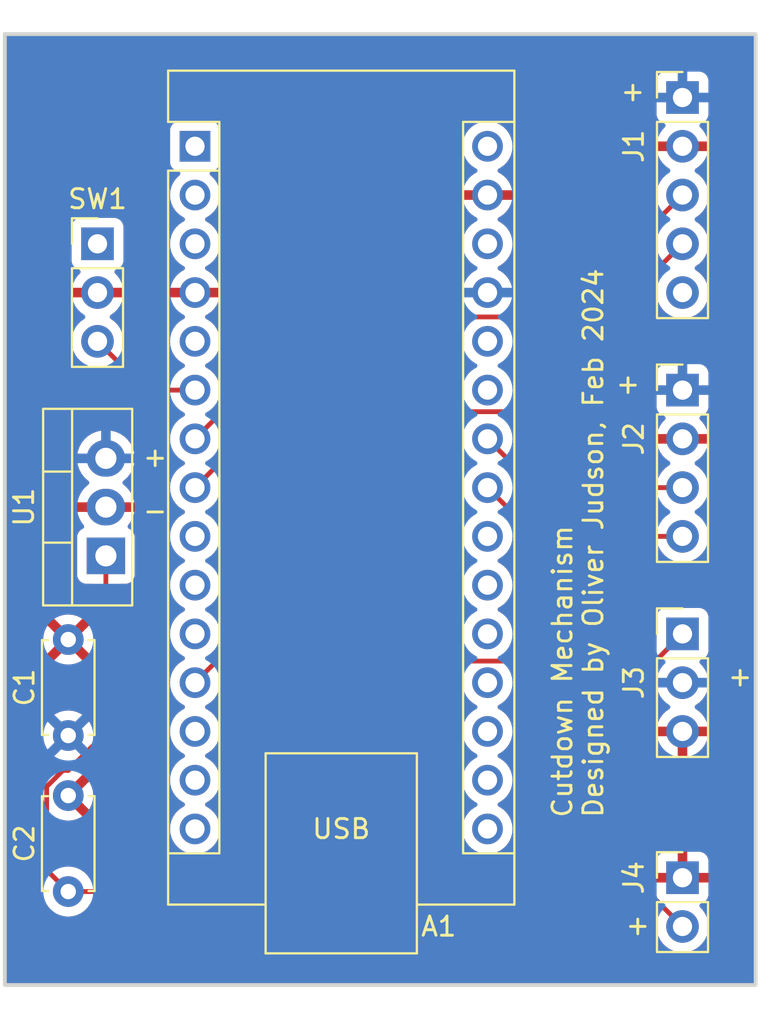
<source format=kicad_pcb>
(kicad_pcb (version 20221018) (generator pcbnew)
  (layers (0 "F.Cu" signal) (31 "B.Cu" signal) (34 "B.Paste" user) (35 "F.Paste" user) (36 "B.SilkS" user "B.Silkscreen") (37 "F.SilkS" user "F.Silkscreen") (38 "B.Mask" user) (39 "F.Mask" user) (44 "Edge.Cuts" user))
  (net 0 "")
  (net 4 "Earth")
  (net 6 "Net-(A1-D3)")
  (net 7 "TX")
  (net 8 "RX")
  (net 12 "SERVO")
  (net 23 "SDA")
  (net 24 "SCL")
  (net 27 "+5V")
  (net 32 "Net-(J4-Pin_2)")
  (footprint "Connector_PinHeader_2.54mm:PinHeader_1x02_P2.54mm_Vertical" (layer "F.Cu") (at 185.42 119.38)
    (fp_text reference "J4" (at -2.54 0 90) (layer "F.SilkS"))
    (fp_text value "BAT 9v")
    (fp_line (start -1.33 -1.33) (end 0 -1.33) (stroke (width 0.12)) (layer "F.SilkS"))
    (fp_line (start -1.33 0) (end -1.33 -1.33) (stroke (width 0.12)) (layer "F.SilkS"))
    (fp_line (start -1.33 1.27) (end -1.33 3.87) (stroke (width 0.12)) (layer "F.SilkS"))
    (fp_line (start -1.33 1.27) (end 1.33 1.27) (stroke (width 0.12)) (layer "F.SilkS"))
    (fp_line (start -1.33 3.87) (end 1.33 3.87) (stroke (width 0.12)) (layer "F.SilkS"))
    (fp_line (start 1.33 1.27) (end 1.33 3.87) (stroke (width 0.12)) (layer "F.SilkS"))
    (pad "1" thru_hole rect (at 0 0) (size 1.7 1.7) (drill 1) (layers "*.Cu" "*.Mask") (net 4 "Earth"))
    (pad "2" thru_hole oval (at 0 2.54) (size 1.7 1.7) (drill 1) (layers "*.Cu" "*.Mask") (net 32 "Net-(J4-Pin_2)"))
  )
  (footprint "Connector_PinHeader_2.54mm:PinHeader_1x04_P2.54mm_Vertical" (layer "F.Cu") (at 185.42 93.98)
    (fp_text reference "J2" (at -2.54 2.54 90) (layer "F.SilkS"))
    (fp_text value "BME280")
    (fp_line (start -1.33 -1.33) (end 0 -1.33) (stroke (width 0.12)) (layer "F.SilkS"))
    (fp_line (start -1.33 0) (end -1.33 -1.33) (stroke (width 0.12)) (layer "F.SilkS"))
    (fp_line (start -1.33 1.27) (end -1.33 8.95) (stroke (width 0.12)) (layer "F.SilkS"))
    (fp_line (start -1.33 1.27) (end 1.33 1.27) (stroke (width 0.12)) (layer "F.SilkS"))
    (fp_line (start -1.33 8.95) (end 1.33 8.95) (stroke (width 0.12)) (layer "F.SilkS"))
    (fp_line (start 1.33 1.27) (end 1.33 8.95) (stroke (width 0.12)) (layer "F.SilkS"))
    (pad "1" thru_hole rect (at 0 0) (size 1.7 1.7) (drill 1) (layers "*.Cu" "*.Mask") (net 27 "+5V"))
    (pad "2" thru_hole oval (at 0 2.54) (size 1.7 1.7) (drill 1) (layers "*.Cu" "*.Mask") (net 4 "Earth"))
    (pad "3" thru_hole oval (at 0 5.08) (size 1.7 1.7) (drill 1) (layers "*.Cu" "*.Mask") (net 24 "SCL"))
    (pad "4" thru_hole oval (at 0 7.62) (size 1.7 1.7) (drill 1) (layers "*.Cu" "*.Mask") (net 23 "SDA"))
  )
  (footprint "Package_TO_SOT_THT:TO-220-3_Vertical" (layer "F.Cu") (at 155.377 102.616 90)
    (fp_text reference "U1" (at 2.54 -4.27 90) (layer "F.SilkS"))
    (fp_text value "L7805")
    (fp_line (start -2.58 -3.27) (end -2.58 1.371) (stroke (width 0.12)) (layer "F.SilkS"))
    (fp_line (start -2.58 -3.27) (end 7.66 -3.27) (stroke (width 0.12)) (layer "F.SilkS"))
    (fp_line (start -2.58 -1.76) (end 7.66 -1.76) (stroke (width 0.12)) (layer "F.SilkS"))
    (fp_line (start -2.58 1.371) (end 7.66 1.371) (stroke (width 0.12)) (layer "F.SilkS"))
    (fp_line (start 0.69 -3.27) (end 0.69 -1.76) (stroke (width 0.12)) (layer "F.SilkS"))
    (fp_line (start 4.391 -3.27) (end 4.391 -1.76) (stroke (width 0.12)) (layer "F.SilkS"))
    (fp_line (start 7.66 -3.27) (end 7.66 1.371) (stroke (width 0.12)) (layer "F.SilkS"))
    (pad "1" thru_hole rect (at 0 0 90) (size 1.905 2) (drill 1.1) (layers "*.Cu" "*.Mask") (net 32 "Net-(J4-Pin_2)"))
    (pad "2" thru_hole oval (at 2.54 0 90) (size 1.905 2) (drill 1.1) (layers "*.Cu" "*.Mask") (net 4 "Earth"))
    (pad "3" thru_hole oval (at 5.08 0 90) (size 1.905 2) (drill 1.1) (layers "*.Cu" "*.Mask") (net 27 "+5V"))
  )
  (footprint "Module:Arduino_Nano" (layer "F.Cu") (at 160.02 81.28)
    (fp_text reference "A1" (at 12.7 40.64) (layer "F.SilkS"))
    (fp_text value "Arduino Nano")
    (fp_text user "USB" (at 7.62 35.56 unlocked) (layer "F.SilkS"))
    (fp_line (start -1.4 -3.94) (end -1.4 -1.27) (stroke (width 0.12)) (layer "F.SilkS"))
    (fp_line (start -1.4 1.27) (end -1.4 39.5) (stroke (width 0.12)) (layer "F.SilkS"))
    (fp_line (start -1.4 39.5) (end 3.68 39.5) (stroke (width 0.12)) (layer "F.SilkS"))
    (fp_line (start 1.27 -1.27) (end -1.4 -1.27) (stroke (width 0.12)) (layer "F.SilkS"))
    (fp_line (start 1.27 1.27) (end -1.4 1.27) (stroke (width 0.12)) (layer "F.SilkS"))
    (fp_line (start 1.27 1.27) (end 1.27 -1.27) (stroke (width 0.12)) (layer "F.SilkS"))
    (fp_line (start 1.27 1.27) (end 1.27 36.83) (stroke (width 0.12)) (layer "F.SilkS"))
    (fp_line (start 1.27 36.83) (end -1.4 36.83) (stroke (width 0.12)) (layer "F.SilkS"))
    (fp_line (start 3.68 31.62) (end 11.56 31.62) (stroke (width 0.12)) (layer "F.SilkS"))
    (fp_line (start 3.68 42.04) (end 3.68 31.62) (stroke (width 0.12)) (layer "F.SilkS"))
    (fp_line (start 11.56 31.62) (end 11.56 42.04) (stroke (width 0.12)) (layer "F.SilkS"))
    (fp_line (start 11.56 42.04) (end 3.68 42.04) (stroke (width 0.12)) (layer "F.SilkS"))
    (fp_line (start 13.97 -1.27) (end 13.97 36.83) (stroke (width 0.12)) (layer "F.SilkS"))
    (fp_line (start 13.97 -1.27) (end 16.64 -1.27) (stroke (width 0.12)) (layer "F.SilkS"))
    (fp_line (start 13.97 36.83) (end 16.64 36.83) (stroke (width 0.12)) (layer "F.SilkS"))
    (fp_line (start 16.64 -3.94) (end -1.4 -3.94) (stroke (width 0.12)) (layer "F.SilkS"))
    (fp_line (start 16.64 39.5) (end 11.56 39.5) (stroke (width 0.12)) (layer "F.SilkS"))
    (fp_line (start 16.64 39.5) (end 16.64 -3.94) (stroke (width 0.12)) (layer "F.SilkS"))
    (pad "1" thru_hole rect (at 0 0) (size 1.6 1.6) (drill 1) (layers "*.Cu" "*.Mask"))
    (pad "2" thru_hole oval (at 0 2.54) (size 1.6 1.6) (drill 1) (layers "*.Cu" "*.Mask"))
    (pad "3" thru_hole oval (at 0 5.08) (size 1.6 1.6) (drill 1) (layers "*.Cu" "*.Mask"))
    (pad "4" thru_hole oval (at 0 7.62) (size 1.6 1.6) (drill 1) (layers "*.Cu" "*.Mask") (net 4 "Earth"))
    (pad "5" thru_hole oval (at 0 10.16) (size 1.6 1.6) (drill 1) (layers "*.Cu" "*.Mask"))
    (pad "6" thru_hole oval (at 0 12.7) (size 1.6 1.6) (drill 1) (layers "*.Cu" "*.Mask") (net 6 "Net-(A1-D3)"))
    (pad "7" thru_hole oval (at 0 15.24) (size 1.6 1.6) (drill 1) (layers "*.Cu" "*.Mask") (net 7 "TX"))
    (pad "8" thru_hole oval (at 0 17.78) (size 1.6 1.6) (drill 1) (layers "*.Cu" "*.Mask") (net 8 "RX"))
    (pad "9" thru_hole oval (at 0 20.32) (size 1.6 1.6) (drill 1) (layers "*.Cu" "*.Mask"))
    (pad "10" thru_hole oval (at 0 22.86) (size 1.6 1.6) (drill 1) (layers "*.Cu" "*.Mask"))
    (pad "11" thru_hole oval (at 0 25.4) (size 1.6 1.6) (drill 1) (layers "*.Cu" "*.Mask"))
    (pad "12" thru_hole oval (at 0 27.94) (size 1.6 1.6) (drill 1) (layers "*.Cu" "*.Mask") (net 12 "SERVO"))
    (pad "13" thru_hole oval (at 0 30.48) (size 1.6 1.6) (drill 1) (layers "*.Cu" "*.Mask"))
    (pad "14" thru_hole oval (at 0 33.02) (size 1.6 1.6) (drill 1) (layers "*.Cu" "*.Mask"))
    (pad "15" thru_hole oval (at 0 35.56) (size 1.6 1.6) (drill 1) (layers "*.Cu" "*.Mask"))
    (pad "16" thru_hole oval (at 15.24 35.56) (size 1.6 1.6) (drill 1) (layers "*.Cu" "*.Mask"))
    (pad "17" thru_hole oval (at 15.24 33.02) (size 1.6 1.6) (drill 1) (layers "*.Cu" "*.Mask"))
    (pad "18" thru_hole oval (at 15.24 30.48) (size 1.6 1.6) (drill 1) (layers "*.Cu" "*.Mask"))
    (pad "19" thru_hole oval (at 15.24 27.94) (size 1.6 1.6) (drill 1) (layers "*.Cu" "*.Mask"))
    (pad "20" thru_hole oval (at 15.24 25.4) (size 1.6 1.6) (drill 1) (layers "*.Cu" "*.Mask"))
    (pad "21" thru_hole oval (at 15.24 22.86) (size 1.6 1.6) (drill 1) (layers "*.Cu" "*.Mask"))
    (pad "22" thru_hole oval (at 15.24 20.32) (size 1.6 1.6) (drill 1) (layers "*.Cu" "*.Mask"))
    (pad "23" thru_hole oval (at 15.24 17.78) (size 1.6 1.6) (drill 1) (layers "*.Cu" "*.Mask") (net 23 "SDA"))
    (pad "24" thru_hole oval (at 15.24 15.24) (size 1.6 1.6) (drill 1) (layers "*.Cu" "*.Mask") (net 24 "SCL"))
    (pad "25" thru_hole oval (at 15.24 12.7) (size 1.6 1.6) (drill 1) (layers "*.Cu" "*.Mask"))
    (pad "26" thru_hole oval (at 15.24 10.16) (size 1.6 1.6) (drill 1) (layers "*.Cu" "*.Mask"))
    (pad "27" thru_hole oval (at 15.24 7.62) (size 1.6 1.6) (drill 1) (layers "*.Cu" "*.Mask") (net 27 "+5V"))
    (pad "28" thru_hole oval (at 15.24 5.08) (size 1.6 1.6) (drill 1) (layers "*.Cu" "*.Mask"))
    (pad "29" thru_hole oval (at 15.24 2.54) (size 1.6 1.6) (drill 1) (layers "*.Cu" "*.Mask" "Eco2.User") (net 4 "Earth"))
    (pad "30" thru_hole oval (at 15.24 0) (size 1.6 1.6) (drill 1) (layers "*.Cu" "*.Mask"))
  )
  (footprint "Capacitor_THT:C_Disc_D4.7mm_W2.5mm_P5.00mm" (layer "F.Cu") (at 153.416 111.974 90)
    (fp_text reference "C1" (at 2.5 -2.286 90) (layer "F.SilkS"))
    (fp_text value "0.1 uF")
    (fp_line (start 0.03 -1.37) (end 0.03 -1.055) (stroke (width 0.12)) (layer "F.SilkS"))
    (fp_line (start 0.03 -1.37) (end 4.97 -1.37) (stroke (width 0.12)) (layer "F.SilkS"))
    (fp_line (start 0.03 1.055) (end 0.03 1.37) (stroke (width 0.12)) (layer "F.SilkS"))
    (fp_line (start 0.03 1.37) (end 4.97 1.37) (stroke (width 0.12)) (layer "F.SilkS"))
    (fp_line (start 4.97 -1.37) (end 4.97 -1.055) (stroke (width 0.12)) (layer "F.SilkS"))
    (fp_line (start 4.97 1.055) (end 4.97 1.37) (stroke (width 0.12)) (layer "F.SilkS"))
    (pad "1" thru_hole circle (at 0 0 90) (size 1.6 1.6) (drill 0.8) (layers "*.Cu" "*.Mask") (net 27 "+5V"))
    (pad "2" thru_hole circle (at 5 0 90) (size 1.6 1.6) (drill 0.8) (layers "*.Cu" "*.Mask") (net 4 "Earth"))
  )
  (footprint "Connector_PinHeader_2.54mm:PinHeader_1x03_P2.54mm_Vertical" (layer "F.Cu") (at 185.42 106.68)
    (fp_text reference "J3" (at -2.54 2.54 90) (layer "F.SilkS"))
    (fp_text value "Servo")
    (fp_line (start -1.33 -1.33) (end 0 -1.33) (stroke (width 0.12)) (layer "F.SilkS"))
    (fp_line (start -1.33 0) (end -1.33 -1.33) (stroke (width 0.12)) (layer "F.SilkS"))
    (fp_line (start -1.33 1.27) (end -1.33 6.41) (stroke (width 0.12)) (layer "F.SilkS"))
    (fp_line (start -1.33 1.27) (end 1.33 1.27) (stroke (width 0.12)) (layer "F.SilkS"))
    (fp_line (start -1.33 6.41) (end 1.33 6.41) (stroke (width 0.12)) (layer "F.SilkS"))
    (fp_line (start 1.33 1.27) (end 1.33 6.41) (stroke (width 0.12)) (layer "F.SilkS"))
    (pad "1" thru_hole rect (at 0 0) (size 1.7 1.7) (drill 1) (layers "*.Cu" "*.Mask") (net 12 "SERVO"))
    (pad "2" thru_hole oval (at 0 2.54) (size 1.7 1.7) (drill 1) (layers "*.Cu" "*.Mask") (net 27 "+5V"))
    (pad "3" thru_hole oval (at 0 5.08) (size 1.7 1.7) (drill 1) (layers "*.Cu" "*.Mask") (net 4 "Earth"))
  )
  (footprint "Connector_PinHeader_2.54mm:PinHeader_1x03_P2.54mm_Vertical" (layer "F.Cu") (at 154.94 86.36)
    (fp_text reference "SW1" (at 0 -2.33) (layer "F.SilkS"))
    (fp_text value "Switch")
    (fp_line (start -1.33 -1.33) (end 0 -1.33) (stroke (width 0.12)) (layer "F.SilkS"))
    (fp_line (start -1.33 0) (end -1.33 -1.33) (stroke (width 0.12)) (layer "F.SilkS"))
    (fp_line (start -1.33 1.27) (end -1.33 6.41) (stroke (width 0.12)) (layer "F.SilkS"))
    (fp_line (start -1.33 1.27) (end 1.33 1.27) (stroke (width 0.12)) (layer "F.SilkS"))
    (fp_line (start -1.33 6.41) (end 1.33 6.41) (stroke (width 0.12)) (layer "F.SilkS"))
    (fp_line (start 1.33 1.27) (end 1.33 6.41) (stroke (width 0.12)) (layer "F.SilkS"))
    (pad "1" thru_hole rect (at 0 0) (size 1.7 1.7) (drill 1) (layers "*.Cu" "*.Mask"))
    (pad "2" thru_hole oval (at 0 2.54) (size 1.7 1.7) (drill 1) (layers "*.Cu" "*.Mask") (net 4 "Earth"))
    (pad "3" thru_hole oval (at 0 5.08) (size 1.7 1.7) (drill 1) (layers "*.Cu" "*.Mask") (net 6 "Net-(A1-D3)"))
  )
  (footprint "Connector_PinHeader_2.54mm:PinHeader_1x05_P2.54mm_Vertical" (layer "F.Cu") (at 185.42 78.74)
    (fp_text reference "J1" (at -2.54 2.54 90) (layer "F.SilkS"))
    (fp_text value "NEO-6M")
    (fp_line (start -1.33 -1.33) (end 0 -1.33) (stroke (width 0.12)) (layer "F.SilkS"))
    (fp_line (start -1.33 0) (end -1.33 -1.33) (stroke (width 0.12)) (layer "F.SilkS"))
    (fp_line (start -1.33 1.27) (end -1.33 11.49) (stroke (width 0.12)) (layer "F.SilkS"))
    (fp_line (start -1.33 1.27) (end 1.33 1.27) (stroke (width 0.12)) (layer "F.SilkS"))
    (fp_line (start -1.33 11.49) (end 1.33 11.49) (stroke (width 0.12)) (layer "F.SilkS"))
    (fp_line (start 1.33 1.27) (end 1.33 11.49) (stroke (width 0.12)) (layer "F.SilkS"))
    (pad "1" thru_hole rect (at 0 0) (size 1.7 1.7) (drill 1) (layers "*.Cu" "*.Mask") (net 27 "+5V"))
    (pad "2" thru_hole oval (at 0 2.54) (size 1.7 1.7) (drill 1) (layers "*.Cu" "*.Mask") (net 4 "Earth"))
    (pad "3" thru_hole oval (at 0 5.08) (size 1.7 1.7) (drill 1) (layers "*.Cu" "*.Mask") (net 7 "TX"))
    (pad "4" thru_hole oval (at 0 7.62) (size 1.7 1.7) (drill 1) (layers "*.Cu" "*.Mask") (net 8 "RX"))
    (pad "5" thru_hole oval (at 0 10.16) (size 1.7 1.7) (drill 1) (layers "*.Cu" "*.Mask"))
  )
  (footprint "Capacitor_THT:C_Disc_D4.7mm_W2.5mm_P5.00mm" (layer "F.Cu") (at 153.416 120.102 90)
    (fp_text reference "C2" (at 2.5 -2.286 90) (layer "F.SilkS"))
    (fp_text value "0.22 uF")
    (fp_line (start 0.03 -1.37) (end 0.03 -1.055) (stroke (width 0.12)) (layer "F.SilkS"))
    (fp_line (start 0.03 -1.37) (end 4.97 -1.37) (stroke (width 0.12)) (layer "F.SilkS"))
    (fp_line (start 0.03 1.055) (end 0.03 1.37) (stroke (width 0.12)) (layer "F.SilkS"))
    (fp_line (start 0.03 1.37) (end 4.97 1.37) (stroke (width 0.12)) (layer "F.SilkS"))
    (fp_line (start 4.97 -1.37) (end 4.97 -1.055) (stroke (width 0.12)) (layer "F.SilkS"))
    (fp_line (start 4.97 1.055) (end 4.97 1.37) (stroke (width 0.12)) (layer "F.SilkS"))
    (pad "1" thru_hole circle (at 0 0 90) (size 1.6 1.6) (drill 0.8) (layers "*.Cu" "*.Mask") (net 32 "Net-(J4-Pin_2)"))
    (pad "2" thru_hole circle (at 5 0 90) (size 1.6 1.6) (drill 0.8) (layers "*.Cu" "*.Mask") (net 4 "Earth"))
  )
  (gr_rect (start 150.114 75.438) (end 189.23 124.968) (stroke (width 0.2)) (fill none) (layer "Edge.Cuts"))
  (gr_text "+" (at 182.372 122.428) (layer "F.SilkS") (effects (font (size 1 1)) (justify left bottom)))
  (gr_text "+" (at 187.706 109.474) (layer "F.SilkS") (effects (font (size 1 1)) (justify left bottom)))
  (gr_text "+" (at 182.118 78.994) (layer "F.SilkS") (effects (font (size 1 1)) (justify left bottom)))
  (gr_text "+" (at 181.864 94.234) (layer "F.SilkS") (effects (font (size 1 1)) (justify left bottom)))
  (gr_text "-" (at 157.226 100.838) (layer "F.SilkS") (effects (font (size 1 1)) (justify left bottom)))
  (gr_text "Cutdown Mechanism\nDesigned by Oliver Judson, Feb 2024" (at 181.356 116.332 90) (layer "F.SilkS") (effects (font (size 1 1)) (justify left bottom)))
  (gr_text "+" (at 157.226 98.044) (layer "F.SilkS") (effects (font (size 1 1)) (justify left bottom)))
  (segment (start 154.94 91.44) (end 157.48 93.98) (width 0.25) (layer "F.Cu") (net 6))
  (segment (start 157.48 93.98) (end 160.02 93.98) (width 0.25) (layer "F.Cu") (net 6))
  (segment (start 179.07 90.17) (end 166.37 90.17) (width 0.25) (layer "F.Cu") (net 7))
  (segment (start 166.37 90.17) (end 160.02 96.52) (width 0.25) (layer "F.Cu") (net 7))
  (segment (start 185.42 83.82) (end 179.07 90.17) (width 0.25) (layer "F.Cu") (net 7))
  (segment (start 176.675 95.105) (end 163.975 95.105) (width 0.25) (layer "F.Cu") (net 8))
  (segment (start 163.975 95.105) (end 160.02 99.06) (width 0.25) (layer "F.Cu") (net 8))
  (segment (start 185.42 86.36) (end 176.675 95.105) (width 0.25) (layer "F.Cu") (net 8))
  (segment (start 184.005 108.095) (end 161.145 108.095) (width 0.25) (layer "F.Cu") (net 12))
  (segment (start 161.145 108.095) (end 160.02 109.22) (width 0.25) (layer "F.Cu") (net 12))
  (segment (start 185.42 106.68) (end 184.005 108.095) (width 0.25) (layer "F.Cu") (net 12))
  (segment (start 185.42 101.6) (end 177.8 101.6) (width 0.25) (layer "F.Cu") (net 23))
  (segment (start 177.8 101.6) (end 175.26 99.06) (width 0.25) (layer "F.Cu") (net 23))
  (segment (start 177.8 99.06) (end 175.26 96.52) (width 0.25) (layer "F.Cu") (net 24))
  (segment (start 185.42 99.06) (end 177.8 99.06) (width 0.25) (layer "F.Cu") (net 24))
  (segment (start 153.416 113.792) (end 155.377 111.831) (width 0.25) (layer "F.Cu") (net 32))
  (segment (start 153.416 120.102) (end 152.291 118.977) (width 0.25) (layer "F.Cu") (net 32))
  (segment (start 152.291 118.977) (end 152.291 114.636009) (width 0.25) (layer "F.Cu") (net 32))
  (segment (start 155.377 111.831) (end 155.377 102.616) (width 0.25) (layer "F.Cu") (net 32))
  (segment (start 183.602 120.102) (end 153.416 120.102) (width 0.25) (layer "F.Cu") (net 32))
  (segment (start 153.135009 113.792) (end 153.416 113.792) (width 0.25) (layer "F.Cu") (net 32))
  (segment (start 185.42 121.92) (end 183.602 120.102) (width 0.25) (layer "F.Cu") (net 32))
  (segment (start 152.291 114.636009) (end 153.135009 113.792) (width 0.25) (layer "F.Cu") (net 32))
  (zone (net 4) (net_name "Earth") (layer "F.Cu") (connect_pads (clearance 0.5)) (min_thickness 0.25) (fill yes (thermal_gap 0.5) (thermal_bridge_width 0.5))
    (polygon (pts (xy 190.5 127) (xy 190.5 73.66) (xy 149.86 73.66) (xy 149.86 127)))
  )
  (zone (net 27) (net_name "+5V") (layer "B.Cu") (priority 1) (connect_pads (clearance 0.5)) (min_thickness 0.25) (fill yes (thermal_gap 0.5) (thermal_bridge_width 0.5))
    (polygon (pts (xy 190.5 127) (xy 190.5 73.66) (xy 149.86 73.66) (xy 149.86 127)))
  )
)
</source>
